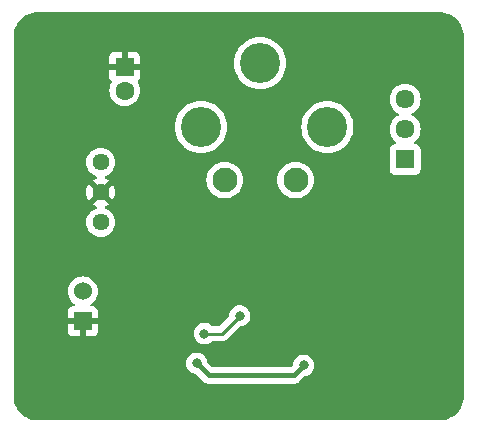
<source format=gbr>
%TF.GenerationSoftware,KiCad,Pcbnew,8.0.5*%
%TF.CreationDate,2025-04-28T09:51:26+02:00*%
%TF.ProjectId,Discharge Controller,44697363-6861-4726-9765-20436f6e7472,rev?*%
%TF.SameCoordinates,Original*%
%TF.FileFunction,Copper,L2,Bot*%
%TF.FilePolarity,Positive*%
%FSLAX46Y46*%
G04 Gerber Fmt 4.6, Leading zero omitted, Abs format (unit mm)*
G04 Created by KiCad (PCBNEW 8.0.5) date 2025-04-28 09:51:26*
%MOMM*%
%LPD*%
G01*
G04 APERTURE LIST*
%TA.AperFunction,ComponentPad*%
%ADD10C,2.100000*%
%TD*%
%TA.AperFunction,ComponentPad*%
%ADD11C,3.400000*%
%TD*%
%TA.AperFunction,ComponentPad*%
%ADD12R,1.610000X1.610000*%
%TD*%
%TA.AperFunction,ComponentPad*%
%ADD13C,1.610000*%
%TD*%
%TA.AperFunction,ComponentPad*%
%ADD14R,1.530000X1.530000*%
%TD*%
%TA.AperFunction,ComponentPad*%
%ADD15C,1.530000*%
%TD*%
%TA.AperFunction,ComponentPad*%
%ADD16C,1.440000*%
%TD*%
%TA.AperFunction,ComponentPad*%
%ADD17R,1.600000X1.600000*%
%TD*%
%TA.AperFunction,ComponentPad*%
%ADD18C,1.600000*%
%TD*%
%TA.AperFunction,ViaPad*%
%ADD19C,0.800000*%
%TD*%
%TA.AperFunction,Conductor*%
%ADD20C,0.250000*%
%TD*%
%TA.AperFunction,Conductor*%
%ADD21C,0.400000*%
%TD*%
G04 APERTURE END LIST*
D10*
%TO.P,K2,1*%
%TO.N,Net-(K2-Pad1)*%
X173719500Y-65006500D03*
D11*
%TO.P,K2,2*%
%TO.N,/SC in*%
X176419500Y-60506500D03*
%TO.P,K2,3*%
%TO.N,unconnected-(K2-Pad3)*%
X170719500Y-55106500D03*
%TO.P,K2,4*%
%TO.N,/SC out*%
X165719500Y-60506500D03*
D10*
%TO.P,K2,5*%
%TO.N,+12V*%
X167719500Y-65006500D03*
%TD*%
D12*
%TO.P,J1,1,1*%
%TO.N,/Raw_Relay_Closed*%
X183000000Y-63246000D03*
D13*
%TO.P,J1,2,2*%
%TO.N,/SC in*%
X183000000Y-60706000D03*
%TO.P,J1,3,3*%
%TO.N,/SC out*%
X183000000Y-58166000D03*
%TD*%
D14*
%TO.P,J3,1,1*%
%TO.N,GND*%
X155702000Y-76962000D03*
D15*
%TO.P,J3,2,2*%
%TO.N,+12V*%
X155702000Y-74422000D03*
%TD*%
D16*
%TO.P,U1,1,+VIN*%
%TO.N,+12V*%
X157226000Y-68580000D03*
%TO.P,U1,2,GND*%
%TO.N,GND*%
X157226000Y-66040000D03*
%TO.P,U1,3,+VOUT*%
%TO.N,+5V*%
X157226000Y-63500000D03*
%TD*%
D17*
%TO.P,C1,1*%
%TO.N,GND*%
X159258000Y-55432888D03*
D18*
%TO.P,C1,2*%
%TO.N,+12V*%
X159258000Y-57432888D03*
%TD*%
D19*
%TO.N,GND*%
X165500000Y-84000000D03*
X174500000Y-69000000D03*
X177500000Y-84000000D03*
X177139651Y-73289901D03*
X177500000Y-78000000D03*
X186500000Y-78000000D03*
X165389000Y-73414000D03*
%TO.N,+5V*%
X166000000Y-78000000D03*
X169000000Y-76500000D03*
%TO.N,/Relay_Closed*%
X165354000Y-80518000D03*
X174396400Y-80702800D03*
%TD*%
D20*
%TO.N,+5V*%
X166000000Y-78000000D02*
X167500000Y-78000000D01*
X167500000Y-78000000D02*
X169000000Y-76500000D01*
D21*
%TO.N,/Relay_Closed*%
X174396400Y-80702800D02*
X173565200Y-81534000D01*
X173565200Y-81534000D02*
X166370000Y-81534000D01*
X166370000Y-81534000D02*
X165354000Y-80518000D01*
%TD*%
%TA.AperFunction,Conductor*%
%TO.N,GND*%
G36*
X185961121Y-50800020D02*
G01*
X186095109Y-50802409D01*
X186110528Y-50803650D01*
X186376897Y-50841948D01*
X186394184Y-50845708D01*
X186651313Y-50921209D01*
X186667887Y-50927391D01*
X186777159Y-50977293D01*
X186911659Y-51038717D01*
X186927173Y-51047188D01*
X187152628Y-51192080D01*
X187166787Y-51202679D01*
X187369317Y-51378172D01*
X187381827Y-51390682D01*
X187557320Y-51593212D01*
X187567921Y-51607374D01*
X187712808Y-51832821D01*
X187721284Y-51848345D01*
X187832608Y-52092112D01*
X187838791Y-52108688D01*
X187914290Y-52365814D01*
X187918051Y-52383102D01*
X187956348Y-52649463D01*
X187957590Y-52664898D01*
X187959980Y-52798877D01*
X187960000Y-52801089D01*
X187960000Y-83342910D01*
X187959980Y-83345122D01*
X187957590Y-83479101D01*
X187956348Y-83494536D01*
X187918051Y-83760897D01*
X187914290Y-83778185D01*
X187838791Y-84035311D01*
X187832608Y-84051887D01*
X187721284Y-84295654D01*
X187712805Y-84311183D01*
X187567922Y-84536624D01*
X187557320Y-84550787D01*
X187381827Y-84753317D01*
X187369317Y-84765827D01*
X187166787Y-84941320D01*
X187152624Y-84951922D01*
X186927183Y-85096805D01*
X186911654Y-85105284D01*
X186667887Y-85216608D01*
X186651311Y-85222791D01*
X186394185Y-85298290D01*
X186376897Y-85302051D01*
X186110536Y-85340348D01*
X186095101Y-85341590D01*
X185964818Y-85343914D01*
X185961120Y-85343980D01*
X185958910Y-85344000D01*
X151861090Y-85344000D01*
X151858879Y-85343980D01*
X151855015Y-85343911D01*
X151724898Y-85341590D01*
X151709463Y-85340348D01*
X151443102Y-85302051D01*
X151425814Y-85298290D01*
X151168688Y-85222791D01*
X151152112Y-85216608D01*
X150908345Y-85105284D01*
X150892821Y-85096808D01*
X150667374Y-84951921D01*
X150653212Y-84941320D01*
X150450682Y-84765827D01*
X150438172Y-84753317D01*
X150262679Y-84550787D01*
X150252077Y-84536624D01*
X150107188Y-84311173D01*
X150098715Y-84295654D01*
X149987391Y-84051887D01*
X149981208Y-84035311D01*
X149905709Y-83778185D01*
X149901948Y-83760897D01*
X149863651Y-83494536D01*
X149862409Y-83479109D01*
X149860020Y-83345121D01*
X149860000Y-83342910D01*
X149860000Y-80518000D01*
X164448540Y-80518000D01*
X164468326Y-80706256D01*
X164468327Y-80706259D01*
X164526818Y-80886277D01*
X164526821Y-80886284D01*
X164621467Y-81050216D01*
X164640257Y-81071084D01*
X164748129Y-81190888D01*
X164901265Y-81302148D01*
X164901270Y-81302151D01*
X165074191Y-81379142D01*
X165074193Y-81379142D01*
X165074197Y-81379144D01*
X165229130Y-81412075D01*
X165290607Y-81445266D01*
X165291026Y-81445683D01*
X165923453Y-82078111D01*
X165923454Y-82078112D01*
X166038192Y-82154777D01*
X166165667Y-82207578D01*
X166165672Y-82207580D01*
X166165676Y-82207580D01*
X166165677Y-82207581D01*
X166301003Y-82234500D01*
X166301006Y-82234500D01*
X173634196Y-82234500D01*
X173725240Y-82216389D01*
X173769528Y-82207580D01*
X173833269Y-82181177D01*
X173897007Y-82154777D01*
X173897008Y-82154776D01*
X173897011Y-82154775D01*
X174011743Y-82078114D01*
X174459374Y-81630481D01*
X174520694Y-81596999D01*
X174521110Y-81596909D01*
X174676203Y-81563944D01*
X174849130Y-81486951D01*
X175002271Y-81375688D01*
X175128933Y-81235016D01*
X175223579Y-81071084D01*
X175282074Y-80891056D01*
X175301860Y-80702800D01*
X175282074Y-80514544D01*
X175223579Y-80334516D01*
X175128933Y-80170584D01*
X175002271Y-80029912D01*
X175002270Y-80029911D01*
X174849134Y-79918651D01*
X174849129Y-79918648D01*
X174676207Y-79841657D01*
X174676202Y-79841655D01*
X174530401Y-79810665D01*
X174491046Y-79802300D01*
X174301754Y-79802300D01*
X174269297Y-79809198D01*
X174116597Y-79841655D01*
X174116592Y-79841657D01*
X173943670Y-79918648D01*
X173943665Y-79918651D01*
X173790529Y-80029911D01*
X173663866Y-80170585D01*
X173569221Y-80334515D01*
X173569218Y-80334522D01*
X173510727Y-80514539D01*
X173510725Y-80514550D01*
X173505534Y-80563929D01*
X173478949Y-80628543D01*
X173469896Y-80638646D01*
X173311360Y-80797182D01*
X173250040Y-80830666D01*
X173223681Y-80833500D01*
X166711519Y-80833500D01*
X166644480Y-80813815D01*
X166623838Y-80797181D01*
X166280503Y-80453846D01*
X166247018Y-80392523D01*
X166244865Y-80379143D01*
X166239674Y-80329744D01*
X166187959Y-80170584D01*
X166181181Y-80149722D01*
X166181180Y-80149721D01*
X166181179Y-80149716D01*
X166086533Y-79985784D01*
X165959871Y-79845112D01*
X165955116Y-79841657D01*
X165806734Y-79733851D01*
X165806729Y-79733848D01*
X165633807Y-79656857D01*
X165633802Y-79656855D01*
X165488001Y-79625865D01*
X165448646Y-79617500D01*
X165259354Y-79617500D01*
X165226897Y-79624398D01*
X165074197Y-79656855D01*
X165074192Y-79656857D01*
X164901270Y-79733848D01*
X164901265Y-79733851D01*
X164748129Y-79845111D01*
X164621466Y-79985785D01*
X164526821Y-80149715D01*
X164526818Y-80149722D01*
X164468327Y-80329740D01*
X164468326Y-80329744D01*
X164448540Y-80518000D01*
X149860000Y-80518000D01*
X149860000Y-74421998D01*
X154431666Y-74421998D01*
X154431666Y-74422001D01*
X154450964Y-74642585D01*
X154450965Y-74642592D01*
X154508275Y-74856475D01*
X154508279Y-74856486D01*
X154601856Y-75057163D01*
X154601858Y-75057167D01*
X154728868Y-75238555D01*
X154885445Y-75395132D01*
X154994404Y-75471426D01*
X155038027Y-75526002D01*
X155045220Y-75595501D01*
X155013698Y-75657855D01*
X154953468Y-75693269D01*
X154923279Y-75697000D01*
X154889155Y-75697000D01*
X154829627Y-75703401D01*
X154829620Y-75703403D01*
X154694913Y-75753645D01*
X154694906Y-75753649D01*
X154579812Y-75839809D01*
X154579809Y-75839812D01*
X154493649Y-75954906D01*
X154493645Y-75954913D01*
X154443403Y-76089620D01*
X154443401Y-76089627D01*
X154437000Y-76149155D01*
X154437000Y-76712000D01*
X155257440Y-76712000D01*
X155226755Y-76765147D01*
X155192000Y-76894857D01*
X155192000Y-77029143D01*
X155226755Y-77158853D01*
X155257440Y-77212000D01*
X154437000Y-77212000D01*
X154437000Y-77774844D01*
X154443401Y-77834372D01*
X154443403Y-77834379D01*
X154493645Y-77969086D01*
X154493649Y-77969093D01*
X154579809Y-78084187D01*
X154579812Y-78084190D01*
X154694906Y-78170350D01*
X154694913Y-78170354D01*
X154829620Y-78220596D01*
X154829627Y-78220598D01*
X154889155Y-78226999D01*
X154889172Y-78227000D01*
X155452000Y-78227000D01*
X155452000Y-77406560D01*
X155505147Y-77437245D01*
X155634857Y-77472000D01*
X155769143Y-77472000D01*
X155898853Y-77437245D01*
X155952000Y-77406560D01*
X155952000Y-78227000D01*
X156514828Y-78227000D01*
X156514844Y-78226999D01*
X156574372Y-78220598D01*
X156574379Y-78220596D01*
X156709086Y-78170354D01*
X156709093Y-78170350D01*
X156824187Y-78084190D01*
X156824190Y-78084187D01*
X156887213Y-78000000D01*
X165094540Y-78000000D01*
X165114326Y-78188256D01*
X165114327Y-78188259D01*
X165172818Y-78368277D01*
X165172821Y-78368284D01*
X165267467Y-78532216D01*
X165388401Y-78666526D01*
X165394129Y-78672888D01*
X165547265Y-78784148D01*
X165547270Y-78784151D01*
X165720192Y-78861142D01*
X165720197Y-78861144D01*
X165905354Y-78900500D01*
X165905355Y-78900500D01*
X166094644Y-78900500D01*
X166094646Y-78900500D01*
X166279803Y-78861144D01*
X166452730Y-78784151D01*
X166605871Y-78672888D01*
X166608788Y-78669647D01*
X166611600Y-78666526D01*
X166671087Y-78629879D01*
X166703748Y-78625500D01*
X167561607Y-78625500D01*
X167622029Y-78613481D01*
X167682452Y-78601463D01*
X167732496Y-78580734D01*
X167796286Y-78554312D01*
X167847509Y-78520084D01*
X167898733Y-78485858D01*
X167985858Y-78398733D01*
X167985858Y-78398731D01*
X167996066Y-78388524D01*
X167996067Y-78388521D01*
X168947772Y-77436819D01*
X169009095Y-77403334D01*
X169035453Y-77400500D01*
X169094644Y-77400500D01*
X169094646Y-77400500D01*
X169279803Y-77361144D01*
X169452730Y-77284151D01*
X169605871Y-77172888D01*
X169732533Y-77032216D01*
X169827179Y-76868284D01*
X169885674Y-76688256D01*
X169905460Y-76500000D01*
X169885674Y-76311744D01*
X169827179Y-76131716D01*
X169732533Y-75967784D01*
X169605871Y-75827112D01*
X169605870Y-75827111D01*
X169452734Y-75715851D01*
X169452729Y-75715848D01*
X169279807Y-75638857D01*
X169279802Y-75638855D01*
X169134001Y-75607865D01*
X169094646Y-75599500D01*
X168905354Y-75599500D01*
X168872897Y-75606398D01*
X168720197Y-75638855D01*
X168720192Y-75638857D01*
X168547270Y-75715848D01*
X168547265Y-75715851D01*
X168394129Y-75827111D01*
X168267466Y-75967785D01*
X168172821Y-76131715D01*
X168172818Y-76131722D01*
X168114327Y-76311740D01*
X168114326Y-76311744D01*
X168099585Y-76452000D01*
X168096679Y-76479650D01*
X168070094Y-76544264D01*
X168061038Y-76554369D01*
X167456557Y-77158853D01*
X167277229Y-77338181D01*
X167215906Y-77371666D01*
X167189548Y-77374500D01*
X166703748Y-77374500D01*
X166636709Y-77354815D01*
X166611600Y-77333474D01*
X166605873Y-77327114D01*
X166605869Y-77327110D01*
X166452734Y-77215851D01*
X166452729Y-77215848D01*
X166279807Y-77138857D01*
X166279802Y-77138855D01*
X166134001Y-77107865D01*
X166094646Y-77099500D01*
X165905354Y-77099500D01*
X165872897Y-77106398D01*
X165720197Y-77138855D01*
X165720192Y-77138857D01*
X165547270Y-77215848D01*
X165547265Y-77215851D01*
X165394129Y-77327111D01*
X165267466Y-77467785D01*
X165172821Y-77631715D01*
X165172818Y-77631722D01*
X165114327Y-77811740D01*
X165114326Y-77811744D01*
X165094540Y-78000000D01*
X156887213Y-78000000D01*
X156910350Y-77969093D01*
X156910354Y-77969086D01*
X156960596Y-77834379D01*
X156960598Y-77834372D01*
X156966999Y-77774844D01*
X156967000Y-77774827D01*
X156967000Y-77212000D01*
X156146560Y-77212000D01*
X156177245Y-77158853D01*
X156212000Y-77029143D01*
X156212000Y-76894857D01*
X156177245Y-76765147D01*
X156146560Y-76712000D01*
X156967000Y-76712000D01*
X156967000Y-76149172D01*
X156966999Y-76149155D01*
X156960598Y-76089627D01*
X156960596Y-76089620D01*
X156910354Y-75954913D01*
X156910350Y-75954906D01*
X156824190Y-75839812D01*
X156824187Y-75839809D01*
X156709093Y-75753649D01*
X156709086Y-75753645D01*
X156574379Y-75703403D01*
X156574372Y-75703401D01*
X156514844Y-75697000D01*
X156480721Y-75697000D01*
X156413682Y-75677315D01*
X156367927Y-75624511D01*
X156357983Y-75555353D01*
X156387008Y-75491797D01*
X156409593Y-75471427D01*
X156518555Y-75395132D01*
X156675132Y-75238555D01*
X156802142Y-75057167D01*
X156895723Y-74856480D01*
X156953035Y-74642591D01*
X156972334Y-74422000D01*
X156953035Y-74201409D01*
X156895723Y-73987520D01*
X156802142Y-73786833D01*
X156675132Y-73605445D01*
X156518555Y-73448868D01*
X156337167Y-73321858D01*
X156337163Y-73321856D01*
X156136486Y-73228279D01*
X156136475Y-73228275D01*
X155922592Y-73170965D01*
X155922585Y-73170964D01*
X155702002Y-73151666D01*
X155701998Y-73151666D01*
X155481414Y-73170964D01*
X155481407Y-73170965D01*
X155267524Y-73228275D01*
X155267513Y-73228279D01*
X155066836Y-73321856D01*
X155066834Y-73321857D01*
X154885444Y-73448868D01*
X154728868Y-73605444D01*
X154601857Y-73786834D01*
X154601856Y-73786836D01*
X154508279Y-73987513D01*
X154508275Y-73987524D01*
X154450965Y-74201407D01*
X154450964Y-74201414D01*
X154431666Y-74421998D01*
X149860000Y-74421998D01*
X149860000Y-63499998D01*
X156000838Y-63499998D01*
X156000838Y-63500001D01*
X156019450Y-63712741D01*
X156019452Y-63712752D01*
X156074721Y-63919022D01*
X156074723Y-63919026D01*
X156074724Y-63919030D01*
X156117171Y-64010058D01*
X156164977Y-64112578D01*
X156287472Y-64287521D01*
X156438478Y-64438527D01*
X156438481Y-64438529D01*
X156613419Y-64561021D01*
X156613421Y-64561022D01*
X156613420Y-64561022D01*
X156677936Y-64591106D01*
X156806970Y-64651276D01*
X156806983Y-64651279D01*
X156812064Y-64653130D01*
X156811390Y-64654978D01*
X156863680Y-64686857D01*
X156894204Y-64749707D01*
X156885903Y-64819082D01*
X156841413Y-64872956D01*
X156811904Y-64886432D01*
X156812236Y-64887342D01*
X156807140Y-64889197D01*
X156613671Y-64979412D01*
X156613669Y-64979413D01*
X156557969Y-65018415D01*
X156557968Y-65018415D01*
X157121085Y-65581531D01*
X157044587Y-65602029D01*
X156937413Y-65663906D01*
X156849906Y-65751413D01*
X156788029Y-65858587D01*
X156767531Y-65935084D01*
X156204415Y-65371968D01*
X156204415Y-65371969D01*
X156165413Y-65427669D01*
X156165412Y-65427671D01*
X156075197Y-65621140D01*
X156075194Y-65621146D01*
X156019945Y-65827337D01*
X156019944Y-65827345D01*
X156001340Y-66039997D01*
X156001340Y-66040002D01*
X156019944Y-66252654D01*
X156019945Y-66252662D01*
X156075194Y-66458853D01*
X156075197Y-66458859D01*
X156165413Y-66652329D01*
X156204415Y-66708030D01*
X156767531Y-66144914D01*
X156788029Y-66221413D01*
X156849906Y-66328587D01*
X156937413Y-66416094D01*
X157044587Y-66477971D01*
X157121084Y-66498468D01*
X156557968Y-67061584D01*
X156613663Y-67100582D01*
X156613669Y-67100586D01*
X156807140Y-67190802D01*
X156812236Y-67192658D01*
X156811542Y-67194563D01*
X156863647Y-67226302D01*
X156894196Y-67289139D01*
X156885922Y-67358518D01*
X156841454Y-67412409D01*
X156811744Y-67425991D01*
X156812064Y-67426870D01*
X156806972Y-67428723D01*
X156806970Y-67428724D01*
X156806968Y-67428725D01*
X156613421Y-67518977D01*
X156438478Y-67641472D01*
X156287472Y-67792478D01*
X156164977Y-67967421D01*
X156074725Y-68160968D01*
X156074721Y-68160977D01*
X156019452Y-68367247D01*
X156019450Y-68367258D01*
X156000838Y-68579998D01*
X156000838Y-68580001D01*
X156019450Y-68792741D01*
X156019452Y-68792752D01*
X156074721Y-68999022D01*
X156074723Y-68999026D01*
X156074724Y-68999030D01*
X156117171Y-69090058D01*
X156164977Y-69192578D01*
X156287472Y-69367521D01*
X156438478Y-69518527D01*
X156438481Y-69518529D01*
X156613419Y-69641021D01*
X156613421Y-69641022D01*
X156613420Y-69641022D01*
X156677936Y-69671106D01*
X156806970Y-69731276D01*
X157013253Y-69786549D01*
X157165215Y-69799844D01*
X157225998Y-69805162D01*
X157226000Y-69805162D01*
X157226002Y-69805162D01*
X157279186Y-69800508D01*
X157438747Y-69786549D01*
X157645030Y-69731276D01*
X157838581Y-69641021D01*
X158013519Y-69518529D01*
X158164529Y-69367519D01*
X158287021Y-69192581D01*
X158377276Y-68999030D01*
X158432549Y-68792747D01*
X158451162Y-68580000D01*
X158432549Y-68367253D01*
X158377276Y-68160970D01*
X158287021Y-67967419D01*
X158164529Y-67792481D01*
X158164527Y-67792478D01*
X158013521Y-67641472D01*
X157838578Y-67518977D01*
X157838579Y-67518977D01*
X157709547Y-67458809D01*
X157645030Y-67428724D01*
X157645023Y-67428722D01*
X157639936Y-67426870D01*
X157640606Y-67425028D01*
X157588293Y-67393114D01*
X157557789Y-67330255D01*
X157566111Y-67260883D01*
X157610617Y-67207022D01*
X157640097Y-67193574D01*
X157639764Y-67192658D01*
X157644864Y-67190801D01*
X157838325Y-67100589D01*
X157894030Y-67061583D01*
X157330915Y-66498467D01*
X157407413Y-66477971D01*
X157514587Y-66416094D01*
X157602094Y-66328587D01*
X157663971Y-66221413D01*
X157684468Y-66144915D01*
X158247583Y-66708029D01*
X158286589Y-66652325D01*
X158376801Y-66458864D01*
X158376805Y-66458853D01*
X158432054Y-66252662D01*
X158432055Y-66252654D01*
X158450660Y-66040002D01*
X158450660Y-66039997D01*
X158432055Y-65827345D01*
X158432054Y-65827337D01*
X158376805Y-65621146D01*
X158376802Y-65621140D01*
X158286586Y-65427669D01*
X158286582Y-65427663D01*
X158247584Y-65371968D01*
X157684468Y-65935084D01*
X157663971Y-65858587D01*
X157602094Y-65751413D01*
X157514587Y-65663906D01*
X157407413Y-65602029D01*
X157330914Y-65581531D01*
X157894030Y-65018415D01*
X157877014Y-65006500D01*
X166164206Y-65006500D01*
X166183353Y-65249797D01*
X166183353Y-65249800D01*
X166183354Y-65249802D01*
X166226057Y-65427671D01*
X166240330Y-65487119D01*
X166333722Y-65712589D01*
X166461237Y-65920673D01*
X166461238Y-65920676D01*
X166461241Y-65920679D01*
X166619741Y-66106259D01*
X166754569Y-66221413D01*
X166805323Y-66264761D01*
X166805326Y-66264762D01*
X167013410Y-66392277D01*
X167238881Y-66485669D01*
X167238878Y-66485669D01*
X167238884Y-66485670D01*
X167238888Y-66485672D01*
X167476198Y-66542646D01*
X167719500Y-66561794D01*
X167962802Y-66542646D01*
X168200112Y-66485672D01*
X168425589Y-66392277D01*
X168633679Y-66264759D01*
X168819259Y-66106259D01*
X168977759Y-65920679D01*
X169105277Y-65712589D01*
X169198672Y-65487112D01*
X169255646Y-65249802D01*
X169274794Y-65006500D01*
X172164206Y-65006500D01*
X172183353Y-65249797D01*
X172183353Y-65249800D01*
X172183354Y-65249802D01*
X172226057Y-65427671D01*
X172240330Y-65487119D01*
X172333722Y-65712589D01*
X172461237Y-65920673D01*
X172461238Y-65920676D01*
X172461241Y-65920679D01*
X172619741Y-66106259D01*
X172754569Y-66221413D01*
X172805323Y-66264761D01*
X172805326Y-66264762D01*
X173013410Y-66392277D01*
X173238881Y-66485669D01*
X173238878Y-66485669D01*
X173238884Y-66485670D01*
X173238888Y-66485672D01*
X173476198Y-66542646D01*
X173719500Y-66561794D01*
X173962802Y-66542646D01*
X174200112Y-66485672D01*
X174425589Y-66392277D01*
X174633679Y-66264759D01*
X174819259Y-66106259D01*
X174977759Y-65920679D01*
X175105277Y-65712589D01*
X175198672Y-65487112D01*
X175255646Y-65249802D01*
X175274794Y-65006500D01*
X175255646Y-64763198D01*
X175198672Y-64525888D01*
X175185794Y-64494797D01*
X175105277Y-64300410D01*
X174977762Y-64092326D01*
X174977761Y-64092323D01*
X174941953Y-64050397D01*
X174819259Y-63906741D01*
X174696563Y-63801949D01*
X174633676Y-63748238D01*
X174633673Y-63748237D01*
X174425589Y-63620722D01*
X174200118Y-63527330D01*
X174200121Y-63527330D01*
X174086289Y-63500001D01*
X173962802Y-63470354D01*
X173962800Y-63470353D01*
X173962797Y-63470353D01*
X173719500Y-63451206D01*
X173476202Y-63470353D01*
X173476198Y-63470354D01*
X173352716Y-63500000D01*
X173238880Y-63527330D01*
X173013410Y-63620722D01*
X172805326Y-63748237D01*
X172805323Y-63748238D01*
X172619741Y-63906741D01*
X172461238Y-64092323D01*
X172461237Y-64092326D01*
X172333722Y-64300410D01*
X172240330Y-64525880D01*
X172240328Y-64525887D01*
X172240328Y-64525888D01*
X172234179Y-64551499D01*
X172183353Y-64763202D01*
X172164206Y-65006500D01*
X169274794Y-65006500D01*
X169255646Y-64763198D01*
X169198672Y-64525888D01*
X169185794Y-64494797D01*
X169105277Y-64300410D01*
X168977762Y-64092326D01*
X168977761Y-64092323D01*
X168941953Y-64050397D01*
X168819259Y-63906741D01*
X168696563Y-63801949D01*
X168633676Y-63748238D01*
X168633673Y-63748237D01*
X168425589Y-63620722D01*
X168200118Y-63527330D01*
X168200121Y-63527330D01*
X168086289Y-63500001D01*
X167962802Y-63470354D01*
X167962800Y-63470353D01*
X167962797Y-63470353D01*
X167719500Y-63451206D01*
X167476202Y-63470353D01*
X167476198Y-63470354D01*
X167352716Y-63500000D01*
X167238880Y-63527330D01*
X167013410Y-63620722D01*
X166805326Y-63748237D01*
X166805323Y-63748238D01*
X166619741Y-63906741D01*
X166461238Y-64092323D01*
X166461237Y-64092326D01*
X166333722Y-64300410D01*
X166240330Y-64525880D01*
X166240328Y-64525887D01*
X166240328Y-64525888D01*
X166234179Y-64551499D01*
X166183353Y-64763202D01*
X166164206Y-65006500D01*
X157877014Y-65006500D01*
X157838329Y-64979413D01*
X157644859Y-64889197D01*
X157639764Y-64887342D01*
X157640455Y-64885443D01*
X157588325Y-64853667D01*
X157557797Y-64790820D01*
X157566093Y-64721444D01*
X157610579Y-64667567D01*
X157640257Y-64654014D01*
X157639936Y-64653130D01*
X157645013Y-64651280D01*
X157645030Y-64651276D01*
X157838581Y-64561021D01*
X158013519Y-64438529D01*
X158164529Y-64287519D01*
X158287021Y-64112581D01*
X158377276Y-63919030D01*
X158432549Y-63712747D01*
X158451162Y-63500000D01*
X158432549Y-63287253D01*
X158377276Y-63080970D01*
X158287021Y-62887419D01*
X158164529Y-62712481D01*
X158164527Y-62712478D01*
X158013521Y-62561472D01*
X157838578Y-62438977D01*
X157838579Y-62438977D01*
X157709547Y-62378809D01*
X157645030Y-62348724D01*
X157645026Y-62348723D01*
X157645022Y-62348721D01*
X157438752Y-62293452D01*
X157438748Y-62293451D01*
X157438747Y-62293451D01*
X157438746Y-62293450D01*
X157438741Y-62293450D01*
X157226002Y-62274838D01*
X157225998Y-62274838D01*
X157013258Y-62293450D01*
X157013247Y-62293452D01*
X156806977Y-62348721D01*
X156806968Y-62348725D01*
X156613421Y-62438977D01*
X156438478Y-62561472D01*
X156287472Y-62712478D01*
X156164977Y-62887421D01*
X156074725Y-63080968D01*
X156074721Y-63080977D01*
X156019452Y-63287247D01*
X156019450Y-63287258D01*
X156000838Y-63499998D01*
X149860000Y-63499998D01*
X149860000Y-60506500D01*
X163514278Y-60506500D01*
X163533144Y-60794337D01*
X163533146Y-60794349D01*
X163589417Y-61077245D01*
X163589421Y-61077260D01*
X163682142Y-61350405D01*
X163809719Y-61609106D01*
X163809723Y-61609113D01*
X163969978Y-61848952D01*
X164160172Y-62065827D01*
X164311652Y-62198671D01*
X164377046Y-62256020D01*
X164616889Y-62416278D01*
X164875598Y-62543859D01*
X165148747Y-62636581D01*
X165431661Y-62692856D01*
X165719500Y-62711722D01*
X166007339Y-62692856D01*
X166290253Y-62636581D01*
X166563402Y-62543859D01*
X166822111Y-62416278D01*
X167061954Y-62256020D01*
X167278827Y-62065827D01*
X167469020Y-61848954D01*
X167629278Y-61609111D01*
X167756859Y-61350402D01*
X167849581Y-61077253D01*
X167905856Y-60794339D01*
X167924722Y-60506500D01*
X174214278Y-60506500D01*
X174233144Y-60794337D01*
X174233146Y-60794349D01*
X174289417Y-61077245D01*
X174289421Y-61077260D01*
X174382142Y-61350405D01*
X174509719Y-61609106D01*
X174509723Y-61609113D01*
X174669978Y-61848952D01*
X174860172Y-62065827D01*
X175011652Y-62198671D01*
X175077046Y-62256020D01*
X175316889Y-62416278D01*
X175575598Y-62543859D01*
X175848747Y-62636581D01*
X176131661Y-62692856D01*
X176419500Y-62711722D01*
X176707339Y-62692856D01*
X176990253Y-62636581D01*
X177263402Y-62543859D01*
X177522111Y-62416278D01*
X177761954Y-62256020D01*
X177978827Y-62065827D01*
X178169020Y-61848954D01*
X178329278Y-61609111D01*
X178456859Y-61350402D01*
X178549581Y-61077253D01*
X178605856Y-60794339D01*
X178624722Y-60506500D01*
X178605856Y-60218661D01*
X178549581Y-59935747D01*
X178456859Y-59662598D01*
X178329278Y-59403889D01*
X178169020Y-59164046D01*
X178032495Y-59008369D01*
X177978827Y-58947172D01*
X177761952Y-58756978D01*
X177522113Y-58596723D01*
X177522106Y-58596719D01*
X177263405Y-58469142D01*
X176990260Y-58376421D01*
X176990254Y-58376419D01*
X176990253Y-58376419D01*
X176990251Y-58376418D01*
X176990245Y-58376417D01*
X176707349Y-58320146D01*
X176707339Y-58320144D01*
X176419500Y-58301278D01*
X176131661Y-58320144D01*
X176131655Y-58320145D01*
X176131650Y-58320146D01*
X175848754Y-58376417D01*
X175848739Y-58376421D01*
X175575594Y-58469142D01*
X175316893Y-58596719D01*
X175316886Y-58596723D01*
X175077047Y-58756978D01*
X174860172Y-58947172D01*
X174669978Y-59164047D01*
X174509723Y-59403886D01*
X174509719Y-59403893D01*
X174382142Y-59662594D01*
X174289421Y-59935739D01*
X174289417Y-59935754D01*
X174233146Y-60218650D01*
X174233144Y-60218662D01*
X174214278Y-60506500D01*
X167924722Y-60506500D01*
X167905856Y-60218661D01*
X167849581Y-59935747D01*
X167756859Y-59662598D01*
X167629278Y-59403889D01*
X167469020Y-59164046D01*
X167332495Y-59008369D01*
X167278827Y-58947172D01*
X167061952Y-58756978D01*
X166822113Y-58596723D01*
X166822106Y-58596719D01*
X166563405Y-58469142D01*
X166290260Y-58376421D01*
X166290254Y-58376419D01*
X166290253Y-58376419D01*
X166290251Y-58376418D01*
X166290245Y-58376417D01*
X166007349Y-58320146D01*
X166007339Y-58320144D01*
X165719500Y-58301278D01*
X165431661Y-58320144D01*
X165431655Y-58320145D01*
X165431650Y-58320146D01*
X165148754Y-58376417D01*
X165148739Y-58376421D01*
X164875594Y-58469142D01*
X164616893Y-58596719D01*
X164616886Y-58596723D01*
X164377047Y-58756978D01*
X164160172Y-58947172D01*
X163969978Y-59164047D01*
X163809723Y-59403886D01*
X163809719Y-59403893D01*
X163682142Y-59662594D01*
X163589421Y-59935739D01*
X163589417Y-59935754D01*
X163533146Y-60218650D01*
X163533144Y-60218662D01*
X163514278Y-60506500D01*
X149860000Y-60506500D01*
X149860000Y-57432886D01*
X157952532Y-57432886D01*
X157952532Y-57432889D01*
X157972364Y-57659574D01*
X157972366Y-57659585D01*
X158031258Y-57879376D01*
X158031261Y-57879385D01*
X158127431Y-58085620D01*
X158127432Y-58085622D01*
X158257954Y-58272029D01*
X158418858Y-58432933D01*
X158418861Y-58432935D01*
X158605266Y-58563456D01*
X158811504Y-58659627D01*
X159031308Y-58718523D01*
X159193230Y-58732689D01*
X159257998Y-58738356D01*
X159258000Y-58738356D01*
X159258002Y-58738356D01*
X159314673Y-58733397D01*
X159484692Y-58718523D01*
X159704496Y-58659627D01*
X159910734Y-58563456D01*
X160097139Y-58432935D01*
X160258047Y-58272027D01*
X160332289Y-58165998D01*
X181689513Y-58165998D01*
X181689513Y-58166001D01*
X181709421Y-58393558D01*
X181709423Y-58393568D01*
X181768542Y-58614205D01*
X181768544Y-58614209D01*
X181768545Y-58614213D01*
X181789722Y-58659627D01*
X181865084Y-58821243D01*
X181865085Y-58821244D01*
X181996109Y-59008365D01*
X182157635Y-59169891D01*
X182344756Y-59300915D01*
X182393443Y-59323618D01*
X182445882Y-59369790D01*
X182465034Y-59436984D01*
X182444818Y-59503865D01*
X182393444Y-59548381D01*
X182344759Y-59571084D01*
X182344753Y-59571087D01*
X182344752Y-59571087D01*
X182157633Y-59702109D01*
X181996109Y-59863633D01*
X181865087Y-60050752D01*
X181865085Y-60050756D01*
X181768546Y-60257785D01*
X181768542Y-60257794D01*
X181709423Y-60478431D01*
X181709421Y-60478441D01*
X181689513Y-60705998D01*
X181689513Y-60706001D01*
X181709421Y-60933558D01*
X181709423Y-60933568D01*
X181768542Y-61154205D01*
X181768544Y-61154209D01*
X181768545Y-61154213D01*
X181816815Y-61257728D01*
X181865084Y-61361243D01*
X181865085Y-61361244D01*
X181996109Y-61548365D01*
X182157635Y-61709891D01*
X182171052Y-61719285D01*
X182214676Y-61773859D01*
X182221870Y-61843358D01*
X182190348Y-61905713D01*
X182130119Y-61941127D01*
X182113185Y-61944148D01*
X182087519Y-61946907D01*
X181952671Y-61997202D01*
X181952664Y-61997206D01*
X181837455Y-62083452D01*
X181837452Y-62083455D01*
X181751206Y-62198664D01*
X181751202Y-62198671D01*
X181700908Y-62333517D01*
X181694501Y-62393116D01*
X181694501Y-62393123D01*
X181694500Y-62393135D01*
X181694500Y-64098870D01*
X181694501Y-64098876D01*
X181700908Y-64158483D01*
X181751202Y-64293328D01*
X181751206Y-64293335D01*
X181837452Y-64408544D01*
X181837455Y-64408547D01*
X181952664Y-64494793D01*
X181952671Y-64494797D01*
X182087517Y-64545091D01*
X182087516Y-64545091D01*
X182094444Y-64545835D01*
X182147127Y-64551500D01*
X183852872Y-64551499D01*
X183912483Y-64545091D01*
X184047331Y-64494796D01*
X184162546Y-64408546D01*
X184248796Y-64293331D01*
X184299091Y-64158483D01*
X184305500Y-64098873D01*
X184305499Y-62393128D01*
X184299091Y-62333517D01*
X184284147Y-62293451D01*
X184248797Y-62198671D01*
X184248793Y-62198664D01*
X184162547Y-62083455D01*
X184162544Y-62083452D01*
X184047335Y-61997206D01*
X184047328Y-61997202D01*
X183912482Y-61946908D01*
X183912484Y-61946908D01*
X183886815Y-61944149D01*
X183822264Y-61917411D01*
X183782416Y-61860018D01*
X183779923Y-61790193D01*
X183815576Y-61730104D01*
X183828941Y-61719290D01*
X183842365Y-61709891D01*
X184003891Y-61548365D01*
X184134915Y-61361244D01*
X184231455Y-61154213D01*
X184290578Y-60933564D01*
X184310487Y-60706000D01*
X184290578Y-60478436D01*
X184231455Y-60257787D01*
X184134915Y-60050757D01*
X184134913Y-60050754D01*
X184134912Y-60050752D01*
X184003890Y-59863633D01*
X183842369Y-59702113D01*
X183842365Y-59702109D01*
X183655244Y-59571085D01*
X183606556Y-59548381D01*
X183554117Y-59502210D01*
X183534965Y-59435017D01*
X183555180Y-59368136D01*
X183606557Y-59323618D01*
X183655244Y-59300915D01*
X183842365Y-59169891D01*
X184003891Y-59008365D01*
X184134915Y-58821244D01*
X184231455Y-58614213D01*
X184290578Y-58393564D01*
X184310487Y-58166000D01*
X184290578Y-57938436D01*
X184231455Y-57717787D01*
X184134915Y-57510757D01*
X184134913Y-57510754D01*
X184134912Y-57510752D01*
X184003890Y-57323633D01*
X183842369Y-57162113D01*
X183842365Y-57162109D01*
X183655244Y-57031085D01*
X183655245Y-57031085D01*
X183655243Y-57031084D01*
X183551728Y-56982815D01*
X183448213Y-56934545D01*
X183448209Y-56934544D01*
X183448205Y-56934542D01*
X183227568Y-56875423D01*
X183227566Y-56875422D01*
X183227564Y-56875422D01*
X183227562Y-56875421D01*
X183227558Y-56875421D01*
X183000002Y-56855513D01*
X182999998Y-56855513D01*
X182772441Y-56875421D01*
X182772431Y-56875423D01*
X182551794Y-56934542D01*
X182551785Y-56934546D01*
X182344756Y-57031085D01*
X182344752Y-57031087D01*
X182157633Y-57162109D01*
X181996109Y-57323633D01*
X181865087Y-57510752D01*
X181865085Y-57510756D01*
X181768546Y-57717785D01*
X181768542Y-57717794D01*
X181709423Y-57938431D01*
X181709421Y-57938441D01*
X181689513Y-58165998D01*
X160332289Y-58165998D01*
X160388568Y-58085622D01*
X160484739Y-57879384D01*
X160543635Y-57659580D01*
X160563468Y-57432888D01*
X160543635Y-57206196D01*
X160484739Y-56986392D01*
X160388568Y-56780154D01*
X160379300Y-56766918D01*
X160356974Y-56700714D01*
X160373986Y-56632947D01*
X160406568Y-56596530D01*
X160415188Y-56590076D01*
X160415190Y-56590074D01*
X160501352Y-56474976D01*
X160501354Y-56474974D01*
X160551596Y-56340267D01*
X160551598Y-56340260D01*
X160557999Y-56280732D01*
X160558000Y-56280715D01*
X160558000Y-55682888D01*
X159573686Y-55682888D01*
X159578080Y-55678494D01*
X159630741Y-55587282D01*
X159658000Y-55485549D01*
X159658000Y-55380227D01*
X159630741Y-55278494D01*
X159578080Y-55187282D01*
X159573686Y-55182888D01*
X160558000Y-55182888D01*
X160558000Y-55106500D01*
X168514278Y-55106500D01*
X168533144Y-55394337D01*
X168533146Y-55394349D01*
X168589417Y-55677245D01*
X168589421Y-55677260D01*
X168682142Y-55950405D01*
X168809719Y-56209106D01*
X168809723Y-56209113D01*
X168969978Y-56448952D01*
X169160172Y-56665827D01*
X169377047Y-56856021D01*
X169494562Y-56934542D01*
X169616889Y-57016278D01*
X169875598Y-57143859D01*
X170148747Y-57236581D01*
X170431661Y-57292856D01*
X170719500Y-57311722D01*
X171007339Y-57292856D01*
X171290253Y-57236581D01*
X171563402Y-57143859D01*
X171822111Y-57016278D01*
X172061954Y-56856020D01*
X172278827Y-56665827D01*
X172469020Y-56448954D01*
X172629278Y-56209111D01*
X172756859Y-55950402D01*
X172849581Y-55677253D01*
X172905856Y-55394339D01*
X172924722Y-55106500D01*
X172905856Y-54818661D01*
X172849581Y-54535747D01*
X172756859Y-54262598D01*
X172629278Y-54003889D01*
X172469020Y-53764046D01*
X172278827Y-53547172D01*
X172061952Y-53356978D01*
X171822113Y-53196723D01*
X171822106Y-53196719D01*
X171563405Y-53069142D01*
X171290260Y-52976421D01*
X171290254Y-52976419D01*
X171290253Y-52976419D01*
X171290251Y-52976418D01*
X171290245Y-52976417D01*
X171007349Y-52920146D01*
X171007339Y-52920144D01*
X170719500Y-52901278D01*
X170431661Y-52920144D01*
X170431655Y-52920145D01*
X170431650Y-52920146D01*
X170148754Y-52976417D01*
X170148739Y-52976421D01*
X169875594Y-53069142D01*
X169616893Y-53196719D01*
X169616886Y-53196723D01*
X169377047Y-53356978D01*
X169160172Y-53547172D01*
X168969978Y-53764047D01*
X168809723Y-54003886D01*
X168809719Y-54003893D01*
X168682142Y-54262594D01*
X168589421Y-54535739D01*
X168589417Y-54535754D01*
X168533146Y-54818650D01*
X168533144Y-54818662D01*
X168514278Y-55106500D01*
X160558000Y-55106500D01*
X160558000Y-54585060D01*
X160557999Y-54585043D01*
X160551598Y-54525515D01*
X160551596Y-54525508D01*
X160501354Y-54390801D01*
X160501350Y-54390794D01*
X160415190Y-54275700D01*
X160415187Y-54275697D01*
X160300093Y-54189537D01*
X160300086Y-54189533D01*
X160165379Y-54139291D01*
X160165372Y-54139289D01*
X160105844Y-54132888D01*
X159508000Y-54132888D01*
X159508000Y-55117202D01*
X159503606Y-55112808D01*
X159412394Y-55060147D01*
X159310661Y-55032888D01*
X159205339Y-55032888D01*
X159103606Y-55060147D01*
X159012394Y-55112808D01*
X159008000Y-55117202D01*
X159008000Y-54132888D01*
X158410155Y-54132888D01*
X158350627Y-54139289D01*
X158350620Y-54139291D01*
X158215913Y-54189533D01*
X158215906Y-54189537D01*
X158100812Y-54275697D01*
X158100809Y-54275700D01*
X158014649Y-54390794D01*
X158014645Y-54390801D01*
X157964403Y-54525508D01*
X157964401Y-54525515D01*
X157958000Y-54585043D01*
X157958000Y-55182888D01*
X158942314Y-55182888D01*
X158937920Y-55187282D01*
X158885259Y-55278494D01*
X158858000Y-55380227D01*
X158858000Y-55485549D01*
X158885259Y-55587282D01*
X158937920Y-55678494D01*
X158942314Y-55682888D01*
X157958000Y-55682888D01*
X157958000Y-56280732D01*
X157964401Y-56340260D01*
X157964403Y-56340267D01*
X158014645Y-56474974D01*
X158014649Y-56474981D01*
X158100808Y-56590074D01*
X158109430Y-56596528D01*
X158151303Y-56652461D01*
X158156289Y-56722152D01*
X158136699Y-56766917D01*
X158127434Y-56780148D01*
X158127434Y-56780149D01*
X158031261Y-56986390D01*
X158031258Y-56986399D01*
X157972366Y-57206190D01*
X157972364Y-57206201D01*
X157952532Y-57432886D01*
X149860000Y-57432886D01*
X149860000Y-52801089D01*
X149860020Y-52798878D01*
X149860020Y-52798877D01*
X149862409Y-52664889D01*
X149863650Y-52649472D01*
X149901948Y-52383099D01*
X149905709Y-52365814D01*
X149981210Y-52108681D01*
X149987391Y-52092112D01*
X150098720Y-51848334D01*
X150107185Y-51832832D01*
X150252084Y-51607364D01*
X150262670Y-51593222D01*
X150438177Y-51390676D01*
X150450676Y-51378177D01*
X150653222Y-51202670D01*
X150667364Y-51192084D01*
X150892832Y-51047185D01*
X150908334Y-51038720D01*
X151152112Y-50927390D01*
X151168681Y-50921210D01*
X151425818Y-50845707D01*
X151443099Y-50841948D01*
X151709472Y-50803650D01*
X151724889Y-50802409D01*
X151858879Y-50800020D01*
X151861090Y-50800000D01*
X185958910Y-50800000D01*
X185961121Y-50800020D01*
G37*
%TD.AperFunction*%
%TD*%
M02*

</source>
